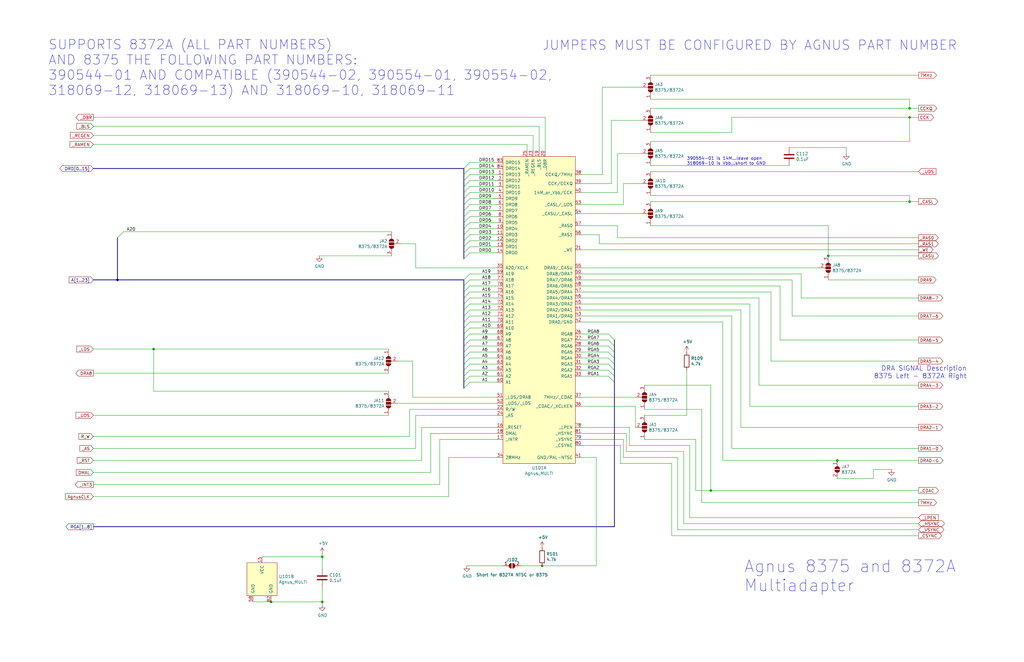
<source format=kicad_sch>
(kicad_sch (version 20230121) (generator eeschema)
  (paper "B")
  (title_block (title "Amiga 2000 EATX") (date "2023-03-10") (rev "3.0"))
  (lib_symbols
    (symbol "2000ATX-rescue:Agnus_MULTI-Amiga-Library" (pin_names (offset 1.016))
      (property "Reference" "U" (at 0 11.43 0))
      (property "Value" "Agnus_MULTI-Amiga-Library" (at 0 0 0))
      (symbol "Agnus_MULTI-Amiga-Library_1_1"
        (rectangle (start -15.24 59.69) (end 15.24 -69.85) (fill (type background)))
        (pin bidirectional line (at -17.78 52.07 0) (length 2.54) (name "DRD13") (number "1"))
        (pin bidirectional line (at -17.78 29.21 0) (length 2.54) (name "DRD4") (number "10"))
        (pin bidirectional line (at -17.78 26.67 0) (length 2.54) (name "DRD3") (number "11"))
        (pin bidirectional line (at -17.78 24.13 0) (length 2.54) (name "DRD2") (number "12"))
        (pin bidirectional line (at -17.78 21.59 0) (length 2.54) (name "DRD1") (number "13"))
        (pin bidirectional line (at -17.78 19.05 0) (length 2.54) (name "DRD0") (number "14"))
        (pin input line (at -17.78 -54.61 0) (length 2.54) (name "_RESET") (number "16"))
        (pin output line (at -17.78 -59.69 0) (length 2.54) (name "_INTR") (number "17"))
        (pin input line (at -17.78 -57.15 0) (length 2.54) (name "DMAL") (number "18"))
        (pin input line (at 0 62.23 270) (length 2.54) (name "_BLS") (number "19"))
        (pin bidirectional line (at -17.78 49.53 0) (length 2.54) (name "DRD12") (number "2"))
        (pin output line (at 2.54 62.23 270) (length 2.54) (name "_DBR") (number "20"))
        (pin output line (at 17.78 20.32 180) (length 2.54) (name "_WE") (number "21"))
        (pin input line (at -17.78 -46.99 0) (length 2.54) (name "R/W") (number "22"))
        (pin input line (at -2.54 62.23 270) (length 2.54) (name "_REGEN") (number "23"))
        (pin input line (at -17.78 -49.53 0) (length 2.54) (name "_AS") (number "24"))
        (pin input line (at -5.08 62.23 270) (length 2.54) (name "_RAMEN") (number "25"))
        (pin output line (at 17.78 -15.24 180) (length 2.54) (name "RGA8") (number "26"))
        (pin output line (at 17.78 -17.78 180) (length 2.54) (name "RGA7") (number "27"))
        (pin output line (at 17.78 -20.32 180) (length 2.54) (name "RGA6") (number "28"))
        (pin output line (at 17.78 -22.86 180) (length 2.54) (name "RGA5") (number "29"))
        (pin bidirectional line (at -17.78 46.99 0) (length 2.54) (name "DRD11") (number "3"))
        (pin output line (at 17.78 -25.4 180) (length 2.54) (name "RGA4") (number "30"))
        (pin output line (at 17.78 -27.94 180) (length 2.54) (name "RGA3") (number "31"))
        (pin output line (at 17.78 -30.48 180) (length 2.54) (name "RGA2") (number "32"))
        (pin output line (at 17.78 -33.02 180) (length 2.54) (name "RGA1") (number "33"))
        (pin output line (at -17.78 -67.31 0) (length 2.54) (name "28MHz") (number "34"))
        (pin bidirectional line (at -17.78 12.7 0) (length 2.54) (name "A20/XCLK") (number "35"))
        (pin output line (at 17.78 -45.72 180) (length 2.54) (name "_CDAC/_XCLEN") (number "36"))
        (pin output line (at 17.78 -41.91 180) (length 2.54) (name "7MHz/_CDAC") (number "37"))
        (pin output line (at 17.78 52.07 180) (length 2.54) (name "CCKQ/7MHz") (number "38"))
        (pin output line (at 17.78 48.26 180) (length 2.54) (name "CCK/CCKQ") (number "39"))
        (pin bidirectional line (at -17.78 44.45 0) (length 2.54) (name "DRD10") (number "4"))
        (pin output line (at 17.78 44.45 180) (length 2.54) (name "14M/CCK") (number "40"))
        (pin input line (at 17.78 -67.31 180) (length 2.54) (name "GND/PAL-NTSC") (number "41"))
        (pin output line (at 17.78 -10.16 180) (length 2.54) (name "DRA0/GND") (number "42"))
        (pin output line (at 17.78 -7.62 180) (length 2.54) (name "DRA1/DRA0") (number "43"))
        (pin output line (at 17.78 -5.08 180) (length 2.54) (name "DRA2/DRA1") (number "44"))
        (pin output line (at 17.78 -2.54 180) (length 2.54) (name "DRA3/DRA2") (number "45"))
        (pin output line (at 17.78 0 180) (length 2.54) (name "DRA4/DRA3") (number "46"))
        (pin output line (at 17.78 2.54 180) (length 2.54) (name "DRA5/DRA4") (number "47"))
        (pin output line (at 17.78 5.08 180) (length 2.54) (name "DRA6/DRA5") (number "48"))
        (pin output line (at 17.78 7.62 180) (length 2.54) (name "DRA7/DRA6") (number "49"))
        (pin bidirectional line (at -17.78 41.91 0) (length 2.54) (name "DRD9") (number "5"))
        (pin output line (at 17.78 10.16 180) (length 2.54) (name "DRA8/DRA7") (number "50"))
        (pin input line (at -17.78 -41.91 0) (length 2.54) (name "_LDS/DRA8") (number "51"))
        (pin input line (at -17.78 -44.45 0) (length 2.54) (name "_UDS/_LDS") (number "52"))
        (pin output line (at 17.78 39.37 180) (length 2.54) (name "_CASL/_UDS") (number "53"))
        (pin output line (at 17.78 35.56 180) (length 2.54) (name "_CASU/_CASL") (number "54"))
        (pin output line (at 17.78 12.7 180) (length 2.54) (name "DRA9/_CASU") (number "55"))
        (pin output line (at 17.78 26.67 180) (length 2.54) (name "_RAS1") (number "56"))
        (pin output line (at 17.78 30.48 180) (length 2.54) (name "_RAS0") (number "57"))
        (pin bidirectional line (at -17.78 10.16 0) (length 2.54) (name "A19") (number "59"))
        (pin bidirectional line (at -17.78 39.37 0) (length 2.54) (name "DRD8") (number "6"))
        (pin bidirectional line (at -17.78 -35.56 0) (length 2.54) (name "A1") (number "60"))
        (pin bidirectional line (at -17.78 -33.02 0) (length 2.54) (name "A2") (number "61"))
        (pin bidirectional line (at -17.78 -30.48 0) (length 2.54) (name "A3") (number "62"))
        (pin bidirectional line (at -17.78 -27.94 0) (length 2.54) (name "A4") (number "63"))
        (pin bidirectional line (at -17.78 -25.4 0) (length 2.54) (name "A5") (number "64"))
        (pin bidirectional line (at -17.78 -22.86 0) (length 2.54) (name "A6") (number "65"))
        (pin bidirectional line (at -17.78 -20.32 0) (length 2.54) (name "A7") (number "66"))
        (pin bidirectional line (at -17.78 -17.78 0) (length 2.54) (name "A8") (number "67"))
        (pin bidirectional line (at -17.78 -15.24 0) (length 2.54) (name "A9") (number "68"))
        (pin bidirectional line (at -17.78 -12.7 0) (length 2.54) (name "A10") (number "69"))
        (pin bidirectional line (at -17.78 36.83 0) (length 2.54) (name "DRD7") (number "7"))
        (pin bidirectional line (at -17.78 -10.16 0) (length 2.54) (name "A11") (number "70"))
        (pin bidirectional line (at -17.78 -7.62 0) (length 2.54) (name "A12") (number "71"))
        (pin bidirectional line (at -17.78 -5.08 0) (length 2.54) (name "A13") (number "72"))
        (pin bidirectional line (at -17.78 -2.54 0) (length 2.54) (name "A14") (number "73"))
        (pin bidirectional line (at -17.78 0 0) (length 2.54) (name "A15") (number "74"))
        (pin bidirectional line (at -17.78 2.54 0) (length 2.54) (name "A16") (number "75"))
        (pin bidirectional line (at -17.78 5.08 0) (length 2.54) (name "A17") (number "76"))
        (pin bidirectional line (at -17.78 7.62 0) (length 2.54) (name "A18") (number "77"))
        (pin input line (at 17.78 -54.61 180) (length 2.54) (name "_LPEN") (number "78"))
        (pin bidirectional line (at 17.78 -59.69 180) (length 2.54) (name "_VSYNC") (number "79"))
        (pin bidirectional line (at -17.78 34.29 0) (length 2.54) (name "DRD6") (number "8"))
        (pin output line (at 17.78 -62.23 180) (length 2.54) (name "_CSYNC") (number "80"))
        (pin bidirectional line (at 17.78 -57.15 180) (length 2.54) (name "_HSYNC") (number "81"))
        (pin bidirectional line (at -17.78 57.15 0) (length 2.54) (name "DRD15") (number "83"))
        (pin bidirectional line (at -17.78 54.61 0) (length 2.54) (name "DRD14") (number "84"))
        (pin bidirectional line (at -17.78 31.75 0) (length 2.54) (name "DRD5") (number "9"))
      )
      (symbol "Agnus_MULTI-Amiga-Library_2_1"
        (rectangle (start -6.35 6.35) (end 6.35 -7.62) (fill (type background)))
        (pin power_in line (at 0 8.89 270) (length 2.54) (name "VCC") (number "15"))
        (pin power_in line (at -3.81 -10.16 90) (length 2.54) (name "GND") (number "58"))
        (pin power_in line (at 3.81 -10.16 90) (length 2.54) (name "GND") (number "82"))
      )
    )
    (symbol "2000ATX-rescue:SolderJumper_3_Open-Jumper" (pin_names (offset 0) hide)
      (property "Reference" "JP" (at -2.54 -2.54 0))
      (property "Value" "Jumper_SolderJumper_3_Open" (at 0 2.794 0))
      (symbol "SolderJumper_3_Open-Jumper_0_1"
        (arc (start -1.016 1.016) (mid -2.0276 0) (end -1.016 -1.016))
        (arc (start -1.016 1.016) (mid -2.0276 0) (end -1.016 -1.016) (fill (type outline)))
        (rectangle (start -0.508 1.016) (end 0.508 -1.016) (fill (type outline)))
        (polyline (pts (xy -2.54 0) (xy -2.032 0)))
        (polyline (pts (xy -1.016 1.016) (xy -1.016 -1.016)))
        (polyline (pts (xy 0 -1.27) (xy 0 -1.016)))
        (polyline (pts (xy 1.016 1.016) (xy 1.016 -1.016)))
        (polyline (pts (xy 2.54 0) (xy 2.032 0)))
        (arc (start 1.016 -1.016) (mid 2.0276 0) (end 1.016 1.016))
        (arc (start 1.016 -1.016) (mid 2.0276 0) (end 1.016 1.016) (fill (type outline)))
      )
      (symbol "SolderJumper_3_Open-Jumper_1_1"
        (pin passive line (at -5.08 0 0) (length 2.54) (name "A") (number "1"))
        (pin input line (at 0 -3.81 90) (length 2.54) (name "C") (number "2"))
        (pin passive line (at 5.08 0 180) (length 2.54) (name "B") (number "3"))
      )
    )
    (symbol "Amiga-Library:Agnus_MULTI" (pin_names (offset 1.016))
      (property "Reference" "U" (at 0 11.43 0))
      (property "Value" "Agnus_MULTI" (at 0 0 0))
      (symbol "Agnus_MULTI_1_1"
        (rectangle (start -15.24 59.69) (end 15.24 -69.85) (fill (type background)))
        (pin bidirectional line (at -17.78 52.07 0) (length 2.54) (name "DRD13") (number "1"))
        (pin bidirectional line (at -17.78 29.21 0) (length 2.54) (name "DRD4") (number "10"))
        (pin bidirectional line (at -17.78 26.67 0) (length 2.54) (name "DRD3") (number "11"))
        (pin bidirectional line (at -17.78 24.13 0) (length 2.54) (name "DRD2") (number "12"))
        (pin bidirectional line (at -17.78 21.59 0) (length 2.54) (name "DRD1") (number "13"))
        (pin bidirectional line (at -17.78 19.05 0) (length 2.54) (name "DRD0") (number "14"))
        (pin input line (at -17.78 -54.61 0) (length 2.54) (name "_RESET") (number "16"))
        (pin output line (at -17.78 -59.69 0) (length 2.54) (name "_INTR") (number "17"))
        (pin input line (at -17.78 -57.15 0) (length 2.54) (name "DMAL") (number "18"))
        (pin input line (at 0 62.23 270) (length 2.54) (name "_BLS") (number "19"))
        (pin bidirectional line (at -17.78 49.53 0) (length 2.54) (name "DRD12") (number "2"))
        (pin output line (at 2.54 62.23 270) (length 2.54) (name "_DBR") (number "20"))
        (pin output line (at 17.78 20.32 180) (length 2.54) (name "_WE") (number "21"))
        (pin input line (at -17.78 -46.99 0) (length 2.54) (name "R/W") (number "22"))
        (pin input line (at -2.54 62.23 270) (length 2.54) (name "_REGEN") (number "23"))
        (pin input line (at -17.78 -49.53 0) (length 2.54) (name "_AS") (number "24"))
        (pin input line (at -5.08 62.23 270) (length 2.54) (name "_RAMEN") (number "25"))
        (pin output line (at 17.78 -15.24 180) (length 2.54) (name "RGA8") (number "26"))
        (pin output line (at 17.78 -17.78 180) (length 2.54) (name "RGA7") (number "27"))
        (pin output line (at 17.78 -20.32 180) (length 2.54) (name "RGA6") (number "28"))
        (pin output line (at 17.78 -22.86 180) (length 2.54) (name "RGA5") (number "29"))
        (pin bidirectional line (at -17.78 46.99 0) (length 2.54) (name "DRD11") (number "3"))
        (pin output line (at 17.78 -25.4 180) (length 2.54) (name "RGA4") (number "30"))
        (pin output line (at 17.78 -27.94 180) (length 2.54) (name "RGA3") (number "31"))
        (pin output line (at 17.78 -30.48 180) (length 2.54) (name "RGA2") (number "32"))
        (pin output line (at 17.78 -33.02 180) (length 2.54) (name "RGA1") (number "33"))
        (pin output line (at -17.78 -67.31 0) (length 2.54) (name "28MHz") (number "34"))
        (pin bidirectional line (at -17.78 12.7 0) (length 2.54) (name "A20/XCLK") (number "35"))
        (pin output line (at 17.78 -45.72 180) (length 2.54) (name "_CDAC/_XCLKEN") (number "36"))
        (pin output line (at 17.78 -41.91 180) (length 2.54) (name "7MHz/_CDAC") (number "37"))
        (pin output line (at 17.78 52.07 180) (length 2.54) (name "CCKQ/7MHz") (number "38"))
        (pin output line (at 17.78 48.26 180) (length 2.54) (name "CCK/CCKQ") (number "39"))
        (pin bidirectional line (at -17.78 44.45 0) (length 2.54) (name "DRD10") (number "4"))
        (pin output line (at 17.78 44.45 180) (length 2.54) (name "14M_or_Vbb/CCK") (number "40"))
        (pin input line (at 17.78 -67.31 180) (length 2.54) (name "GND/PAL-NTSC") (number "41"))
        (pin output line (at 17.78 -10.16 180) (length 2.54) (name "DRA0/GND") (number "42"))
        (pin output line (at 17.78 -7.62 180) (length 2.54) (name "DRA1/DRA0") (number "43"))
        (pin output line (at 17.78 -5.08 180) (length 2.54) (name "DRA2/DRA1") (number "44"))
        (pin output line (at 17.78 -2.54 180) (length 2.54) (name "DRA3/DRA2") (number "45"))
        (pin output line (at 17.78 0 180) (length 2.54) (name "DRA4/DRA3") (number "46"))
        (pin output line (at 17.78 2.54 180) (length 2.54) (name "DRA5/DRA4") (number "47"))
        (pin output line (at 17.78 5.08 180) (length 2.54) (name "DRA6/DRA5") (number "48"))
        (pin output line (at 17.78 7.62 180) (length 2.54) (name "DRA7/DRA6") (number "49"))
        (pin bidirectional line (at -17.78 41.91 0) (length 2.54) (name "DRD9") (number "5"))
        (pin output line (at 17.78 10.16 180) (length 2.54) (name "DRA8/DRA7") (number "50"))
        (pin input line (at -17.78 -41.91 0) (length 2.54) (name "_LDS/DRA8") (number "51"))
        (pin input line (at -17.78 -44.45 0) (length 2.54) (name "_UDS/_LDS") (number "52"))
        (pin output line (at 17.78 39.37 180) (length 2.54) (name "_CASL/_UDS") (number "53"))
        (pin output line (at 17.78 35.56 180) (length 2.54) (name "_CASU/_CASL") (number "54"))
        (pin output line (at 17.78 12.7 180) (length 2.54) (name "DRA9/_CASU") (number "55"))
        (pin output line (at 17.78 26.67 180) (length 2.54) (name "_RAS1") (number "56"))
        (pin output line (at 17.78 30.48 180) (length 2.54) (name "_RAS0") (number "57"))
        (pin bidirectional line (at -17.78 10.16 0) (length 2.54) (name "A19") (number "59"))
        (pin bidirectional line (at -17.78 39.37 0) (length 2.54) (name "DRD8") (number "6"))
        (pin bidirectional line (at -17.78 -35.56 0) (length 2.54) (name "A1") (number "60"))
        (pin bidirectional line (at -17.78 -33.02 0) (length 2.54) (name "A2") (number "61"))
        (pin bidirectional line (at -17.78 -30.48 0) (length 2.54) (name "A3") (number "62"))
        (pin bidirectional line (at -17.78 -27.94 0) (length 2.54) (name "A4") (number "63"))
        (pin bidirectional line (at -17.78 -25.4 0) (length 2.54) (name "A5") (number "64"))
        (pin bidirectional line (at -17.78 -22.86 0) (length 2.54) (name "A6") (number "65"))
        (pin bidirectional line (at -17.78 -20.32 0) (length 2.54) (name "A7") (number "66"))
        (pin bidirectional line (at -17.78 -17.78 0) (length 2.54) (name "A8") (number "67"))
        (pin bidirectional line (at -17.78 -15.24 0) (length 2.54) (name "A9") (number "68"))
        (pin bidirectional line (at -17.78 -12.7 0) (length 2.54) (name "A10") (number "69"))
        (pin bidirectional line (at -17.78 36.83 0) (length 2.54) (name "DRD7") (number "7"))
        (pin bidirectional line (at -17.78 -10.16 0) (length 2.54) (name "A11") (number "70"))
        (pin bidirectional line (at -17.78 -7.62 0) (length 2.54) (name "A12") (number "71"))
        (pin bidirectional line (at -17.78 -5.08 0) (length 2.54) (name "A13") (number "72"))
        (pin bidirectional line (at -17.78 -2.54 0) (length 2.54) (name "A14") (number "73"))
        (pin bidirectional line (at -17.78 0 0) (length 2.54) (name "A15") (number "74"))
        (pin bidirectional line (at -17.78 2.54 0) (length 2.54) (name "A16") (number "75"))
        (pin bidirectional line (at -17.78 5.08 0) (length 2.54) (name "A17") (number "76"))
        (pin bidirectional line (at -17.78 7.62 0) (length 2.54) (name "A18") (number "77"))
        (pin input line (at 17.78 -54.61 180) (length 2.54) (name "_LPEN") (number "78"))
        (pin bidirectional line (at 17.78 -59.69 180) (length 2.54) (name "_VSYNC") (number "79"))
        (pin bidirectional line (at -17.78 34.29 0) (length 2.54) (name "DRD6") (number "8"))
        (pin output line (at 17.78 -62.23 180) (length 2.54) (name "_CSYNC") (number "80"))
        (pin bidirectional line (at 17.78 -57.15 180) (length 2.54) (name "_HSYNC") (number "81"))
        (pin bidirectional line (at -17.78 57.15 0) (length 2.54) (name "DRD15") (number "83"))
        (pin bidirectional line (at -17.78 54.61 0) (length 2.54) (name "DRD14") (number "84"))
        (pin bidirectional line (at -17.78 31.75 0) (length 2.54) (name "DRD5") (number "9"))
      )
      (symbol "Agnus_MULTI_2_1"
        (rectangle (start -6.35 6.35) (end 6.35 -7.62) (fill (type background)))
        (pin power_in line (at 0 8.89 270) (length 2.54) (name "VCC") (number "15"))
        (pin power_in line (at -3.81 -10.16 90) (length 2.54) (name "GND") (number "58"))
        (pin power_in line (at 3.81 -10.16 90) (length 2.54) (name "GND") (number "82"))
      )
    )
    (symbol "Device:C" (pin_numbers hide) (pin_names (offset 0.254))
      (property "Reference" "C" (at 0.635 2.54 0))
      (property "Value" "C" (at 0.635 -2.54 0))
      (symbol "C_0_1"
        (polyline (pts (xy -2.032 -0.762) (xy 2.032 -0.762)) (stroke (width 0.508)))
        (polyline (pts (xy -2.032 0.762) (xy 2.032 0.762)) (stroke (width 0.508)))
      )
      (symbol "C_1_1"
        (pin passive line (at 0 3.81 270) (length 2.794) (name "~") (number "1"))
        (pin passive line (at 0 -3.81 90) (length 2.794) (name "~") (number "2"))
      )
    )
    (symbol "Device:R" (pin_numbers hide) (pin_names (offset 0))
      (property "Reference" "R" (at 2.032 0 90))
      (property "Value" "R" (at 0 0 90))
      (symbol "R_0_1"
        (rectangle (start -1.016 -2.54) (end 1.016 2.54) (stroke (width 0.254)))
      )
      (symbol "R_1_1"
        (pin passive line (at 0 3.81 270) (length 1.27) (name "~") (number "1"))
        (pin passive line (at 0 -3.81 90) (length 1.27) (name "~") (number "2"))
      )
    )
    (symbol "Jumper:SolderJumper_2_Open" (pin_names (offset 0) hide)
      (property "Reference" "JP" (at 0 2.032 0))
      (property "Value" "SolderJumper_2_Open" (at 0 -2.54 0))
      (symbol "SolderJumper_2_Open_0_1"
        (arc (start -0.254 1.016) (mid -1.2656 0) (end -0.254 -1.016))
        (arc (start -0.254 1.016) (mid -1.2656 0) (end -0.254 -1.016) (fill (type outline)))
        (polyline (pts (xy -0.254 1.016) (xy -0.254 -1.016)))
        (polyline (pts (xy 0.254 1.016) (xy 0.254 -1.016)))
        (arc (start 0.254 -1.016) (mid 1.2656 0) (end 0.254 1.016))
        (arc (start 0.254 -1.016) (mid 1.2656 0) (end 0.254 1.016) (fill (type outline)))
      )
      (symbol "SolderJumper_2_Open_1_1"
        (pin passive line (at -3.81 0 0) (length 2.54) (name "A") (number "1"))
        (pin passive line (at 3.81 0 180) (length 2.54) (name "B") (number "2"))
      )
    )
    (symbol "power:+5V" (power) (pin_names (offset 0))
      (property "Value" "+5V" (at 0 3.556 0))
      (symbol "+5V_0_1"
        (polyline (pts (xy -0.762 1.27) (xy 0 2.54)))
        (polyline (pts (xy 0 0) (xy 0 2.54)))
        (polyline (pts (xy 0 2.54) (xy 0.762 1.27)))
      )
      (symbol "+5V_1_1"
        (pin power_in line (at 0 0 90) (length 0) hide (name "+5V") (number "1"))
      )
    )
    (symbol "power:GND" (power) (pin_names (offset 0))
      (property "Value" "GND" (at 0 -3.81 0))
      (symbol "GND_0_1"
        (polyline (pts (xy 0 0) (xy 0 -1.27) (xy 1.27 -1.27) (xy 0 -2.54) (xy -1.27 -1.27) (xy 0 -1.27)))
      )
      (symbol "GND_1_1"
        (pin power_in line (at 0 0 270) (length 0) hide (name "GND") (number "1"))
      )
    )
  )
  (junction (at 353.06 194.31))
  (junction (at 114.3 254))
  (junction (at 383.54 45.72))
  (junction (at 228.6 238.76))
  (junction (at 135.89 234.95))
  (junction (at 299.72 207.01))
  (junction (at 64.77 147.32))
  (junction (at 49.53 118.11))
  (junction (at 383.54 85.09))
  (junction (at 135.89 254))
  (junction (at 383.54 49.53))
  (junction (at 349.25 107.95))
  (bus_entry (at 198.12 78.74) (size -2.54 2.54))
  (bus_entry (at 198.12 158.75) (size -2.54 2.54))
  (bus_entry (at 198.12 96.52) (size -2.54 2.54))
  (bus_entry (at 256.54 148.59) (size 2.54 2.54))
  (bus_entry (at 198.12 140.97) (size -2.54 2.54))
  (bus_entry (at 198.12 118.11) (size -2.54 2.54))
  (bus_entry (at 256.54 151.13) (size 2.54 2.54))
  (bus_entry (at 198.12 71.12) (size -2.54 2.54))
  (bus_entry (at 256.54 140.97) (size 2.54 2.54))
  (bus_entry (at 198.12 128.27) (size -2.54 2.54))
  (bus_entry (at 198.12 81.28) (size -2.54 2.54))
  (bus_entry (at 256.54 146.05) (size 2.54 2.54))
  (bus_entry (at 198.12 138.43) (size -2.54 2.54))
  (bus_entry (at 198.12 156.21) (size -2.54 2.54))
  (bus_entry (at 198.12 99.06) (size -2.54 2.54))
  (bus_entry (at 198.12 73.66) (size -2.54 2.54))
  (bus_entry (at 198.12 68.58) (size -2.54 2.54))
  (bus_entry (at 198.12 93.98) (size -2.54 2.54))
  (bus_entry (at 198.12 83.82) (size -2.54 2.54))
  (bus_entry (at 198.12 123.19) (size -2.54 2.54))
  (bus_entry (at 198.12 120.65) (size -2.54 2.54))
  (bus_entry (at 198.12 143.51) (size -2.54 2.54))
  (bus_entry (at 198.12 125.73) (size -2.54 2.54))
  (bus_entry (at 256.54 153.67) (size 2.54 2.54))
  (bus_entry (at 256.54 143.51) (size 2.54 2.54))
  (bus_entry (at 198.12 151.13) (size -2.54 2.54))
  (bus_entry (at 198.12 115.57) (size -2.54 2.54))
  (bus_entry (at 198.12 101.6) (size -2.54 2.54))
  (bus_entry (at 256.54 158.75) (size 2.54 2.54))
  (bus_entry (at 198.12 88.9) (size -2.54 2.54))
  (bus_entry (at 198.12 135.89) (size -2.54 2.54))
  (bus_entry (at 198.12 133.35) (size -2.54 2.54))
  (bus_entry (at 198.12 130.81) (size -2.54 2.54))
  (bus_entry (at 198.12 161.29) (size -2.54 2.54))
  (bus_entry (at 198.12 106.68) (size -2.54 2.54))
  (bus_entry (at 198.12 86.36) (size -2.54 2.54))
  (bus_entry (at 198.12 104.14) (size -2.54 2.54))
  (bus_entry (at 198.12 153.67) (size -2.54 2.54))
  (bus_entry (at 52.07 97.79) (size -2.54 2.54))
  (bus_entry (at 256.54 156.21) (size 2.54 2.54))
  (bus_entry (at 198.12 146.05) (size -2.54 2.54))
  (bus_entry (at 198.12 148.59) (size -2.54 2.54))
  (bus_entry (at 198.12 91.44) (size -2.54 2.54))
  (bus_entry (at 198.12 76.2) (size -2.54 2.54))
  (wire (pts (xy 245.11 193.04) (xy 251.46 193.04)))
  (wire (pts (xy 168.91 102.87) (xy 175.26 102.87)))
  (bus (pts (xy 259.08 158.75) (xy 259.08 161.29)))
  (wire (pts (xy 387.35 102.87) (xy 252.73 102.87)))
  (wire (pts (xy 308.61 55.88) (xy 308.61 49.53)))
  (wire (pts (xy 165.1 97.79) (xy 52.07 97.79)))
  (bus (pts (xy 195.58 71.12) (xy 39.37 71.12)))
  (wire (pts (xy 288.29 220.98) (xy 387.35 220.98)))
  (wire (pts (xy 163.83 157.48) (xy 39.37 157.48)))
  (wire (pts (xy 165.1 107.95) (xy 134.62 107.95)))
  (wire (pts (xy 209.55 130.81) (xy 198.12 130.81)))
  (wire (pts (xy 209.55 106.68) (xy 198.12 106.68)))
  (wire (pts (xy 312.42 180.34) (xy 387.35 180.34)))
  (wire (pts (xy 209.55 125.73) (xy 198.12 125.73)))
  (wire (pts (xy 245.11 167.64) (xy 267.97 167.64)))
  (wire (pts (xy 245.11 120.65) (xy 328.93 120.65)))
  (bus (pts (xy 195.58 91.44) (xy 195.58 93.98)))
  (wire (pts (xy 262.89 86.36) (xy 262.89 77.47)))
  (wire (pts (xy 289.56 175.26) (xy 289.56 156.21)))
  (bus (pts (xy 259.08 146.05) (xy 259.08 148.59)))
  (wire (pts (xy 332.74 62.23) (xy 356.87 62.23)))
  (wire (pts (xy 245.11 158.75) (xy 256.54 158.75)))
  (wire (pts (xy 163.83 175.26) (xy 39.37 175.26)))
  (bus (pts (xy 259.08 151.13) (xy 259.08 153.67)))
  (wire (pts (xy 288.29 190.5) (xy 288.29 220.98)))
  (wire (pts (xy 209.55 193.04) (xy 189.23 193.04)))
  (wire (pts (xy 387.35 125.73) (xy 337.82 125.73)))
  (wire (pts (xy 245.11 180.34) (xy 265.43 180.34)))
  (wire (pts (xy 257.81 77.47) (xy 257.81 50.8)))
  (bus (pts (xy 259.08 156.21) (xy 259.08 158.75)))
  (wire (pts (xy 245.11 86.36) (xy 262.89 86.36)))
  (wire (pts (xy 185.42 185.42) (xy 185.42 204.47)))
  (bus (pts (xy 195.58 101.6) (xy 195.58 104.14)))
  (wire (pts (xy 209.55 140.97) (xy 198.12 140.97)))
  (wire (pts (xy 387.35 189.23) (xy 308.61 189.23)))
  (wire (pts (xy 260.35 64.77) (xy 270.51 64.77)))
  (wire (pts (xy 181.61 182.88) (xy 181.61 199.39)))
  (wire (pts (xy 257.81 50.8) (xy 270.51 50.8)))
  (wire (pts (xy 356.87 64.77) (xy 356.87 62.23)))
  (wire (pts (xy 262.89 185.42) (xy 262.89 193.04)))
  (wire (pts (xy 245.11 77.47) (xy 257.81 77.47)))
  (wire (pts (xy 110.49 234.95) (xy 135.89 234.95)))
  (wire (pts (xy 261.62 187.96) (xy 261.62 195.58)))
  (wire (pts (xy 349.25 107.95) (xy 387.35 107.95)))
  (wire (pts (xy 334.01 133.35) (xy 334.01 118.11)))
  (wire (pts (xy 135.89 234.95) (xy 135.89 233.68)))
  (wire (pts (xy 209.55 118.11) (xy 198.12 118.11)))
  (wire (pts (xy 209.55 153.67) (xy 198.12 153.67)))
  (wire (pts (xy 135.89 247.65) (xy 135.89 254)))
  (wire (pts (xy 175.26 113.03) (xy 209.55 113.03)))
  (bus (pts (xy 195.58 99.06) (xy 195.58 101.6)))
  (wire (pts (xy 304.8 194.31) (xy 304.8 135.89)))
  (wire (pts (xy 308.61 189.23) (xy 308.61 133.35)))
  (wire (pts (xy 260.35 100.33) (xy 387.35 100.33)))
  (wire (pts (xy 254 36.83) (xy 270.51 36.83)))
  (wire (pts (xy 387.35 152.4) (xy 325.12 152.4)))
  (bus (pts (xy 195.58 78.74) (xy 195.58 81.28)))
  (wire (pts (xy 271.78 185.42) (xy 293.37 185.42)))
  (wire (pts (xy 252.73 99.06) (xy 245.11 99.06)))
  (bus (pts (xy 195.58 133.35) (xy 195.58 135.89)))
  (wire (pts (xy 383.54 45.72) (xy 387.35 45.72)))
  (wire (pts (xy 245.11 115.57) (xy 337.82 115.57)))
  (wire (pts (xy 222.25 63.5) (xy 222.25 60.96)))
  (bus (pts (xy 49.53 118.11) (xy 39.37 118.11)))
  (wire (pts (xy 274.32 31.75) (xy 387.35 31.75)))
  (wire (pts (xy 245.11 90.17) (xy 270.51 90.17)))
  (wire (pts (xy 177.8 180.34) (xy 177.8 194.31)))
  (bus (pts (xy 195.58 71.12) (xy 195.58 73.66)))
  (bus (pts (xy 195.58 125.73) (xy 195.58 128.27)))
  (wire (pts (xy 262.89 193.04) (xy 285.75 193.04)))
  (bus (pts (xy 259.08 148.59) (xy 259.08 151.13)))
  (wire (pts (xy 245.11 148.59) (xy 256.54 148.59)))
  (wire (pts (xy 209.55 76.2) (xy 198.12 76.2)))
  (wire (pts (xy 274.32 55.88) (xy 308.61 55.88)))
  (wire (pts (xy 64.77 147.32) (xy 39.37 147.32)))
  (wire (pts (xy 222.25 60.96) (xy 39.37 60.96)))
  (wire (pts (xy 209.55 115.57) (xy 198.12 115.57)))
  (wire (pts (xy 177.8 194.31) (xy 39.37 194.31)))
  (bus (pts (xy 259.08 161.29) (xy 259.08 222.25)))
  (bus (pts (xy 195.58 146.05) (xy 195.58 148.59)))
  (wire (pts (xy 274.32 45.72) (xy 383.54 45.72)))
  (wire (pts (xy 209.55 104.14) (xy 198.12 104.14)))
  (wire (pts (xy 163.83 165.1) (xy 64.77 165.1)))
  (bus (pts (xy 195.58 135.89) (xy 195.58 138.43)))
  (wire (pts (xy 368.3 198.12) (xy 375.92 198.12)))
  (bus (pts (xy 195.58 118.11) (xy 49.53 118.11)))
  (wire (pts (xy 316.23 171.45) (xy 316.23 128.27)))
  (wire (pts (xy 228.6 238.76) (xy 219.71 238.76)))
  (bus (pts (xy 195.58 104.14) (xy 195.58 106.68)))
  (bus (pts (xy 259.08 153.67) (xy 259.08 156.21)))
  (wire (pts (xy 267.97 180.34) (xy 267.97 171.45)))
  (wire (pts (xy 271.78 175.26) (xy 289.56 175.26)))
  (wire (pts (xy 283.21 195.58) (xy 283.21 226.06)))
  (bus (pts (xy 49.53 100.33) (xy 49.53 118.11)))
  (wire (pts (xy 320.04 162.56) (xy 387.35 162.56)))
  (wire (pts (xy 209.55 93.98) (xy 198.12 93.98)))
  (bus (pts (xy 259.08 143.51) (xy 259.08 146.05)))
  (bus (pts (xy 195.58 93.98) (xy 195.58 96.52)))
  (bus (pts (xy 195.58 76.2) (xy 195.58 78.74)))
  (wire (pts (xy 227.33 63.5) (xy 227.33 53.34)))
  (wire (pts (xy 173.99 167.64) (xy 173.99 152.4)))
  (bus (pts (xy 195.58 86.36) (xy 195.58 88.9)))
  (bus (pts (xy 195.58 130.81) (xy 195.58 133.35)))
  (wire (pts (xy 245.11 81.28) (xy 260.35 81.28)))
  (wire (pts (xy 227.33 53.34) (xy 39.37 53.34)))
  (wire (pts (xy 387.35 133.35) (xy 334.01 133.35)))
  (bus (pts (xy 195.58 73.66) (xy 195.58 76.2)))
  (wire (pts (xy 245.11 125.73) (xy 320.04 125.73)))
  (wire (pts (xy 264.16 190.5) (xy 288.29 190.5)))
  (wire (pts (xy 245.11 113.03) (xy 345.44 113.03)))
  (wire (pts (xy 261.62 195.58) (xy 283.21 195.58)))
  (wire (pts (xy 325.12 152.4) (xy 325.12 123.19)))
  (wire (pts (xy 267.97 171.45) (xy 245.11 171.45)))
  (wire (pts (xy 209.55 185.42) (xy 185.42 185.42)))
  (wire (pts (xy 328.93 143.51) (xy 387.35 143.51)))
  (wire (pts (xy 245.11 95.25) (xy 260.35 95.25)))
  (wire (pts (xy 251.46 193.04) (xy 251.46 238.76)))
  (wire (pts (xy 209.55 138.43) (xy 198.12 138.43)))
  (bus (pts (xy 195.58 161.29) (xy 195.58 163.83)))
  (wire (pts (xy 245.11 118.11) (xy 334.01 118.11)))
  (wire (pts (xy 209.55 158.75) (xy 198.12 158.75)))
  (wire (pts (xy 308.61 49.53) (xy 383.54 49.53)))
  (wire (pts (xy 209.55 133.35) (xy 198.12 133.35)))
  (wire (pts (xy 114.3 254) (xy 135.89 254)))
  (bus (pts (xy 195.58 143.51) (xy 195.58 146.05)))
  (wire (pts (xy 274.32 85.09) (xy 383.54 85.09)))
  (wire (pts (xy 285.75 193.04) (xy 285.75 223.52)))
  (wire (pts (xy 264.16 182.88) (xy 264.16 190.5)))
  (wire (pts (xy 328.93 120.65) (xy 328.93 143.51)))
  (wire (pts (xy 172.72 184.15) (xy 39.37 184.15)))
  (wire (pts (xy 368.3 201.93) (xy 368.3 198.12)))
  (wire (pts (xy 383.54 41.91) (xy 383.54 45.72)))
  (wire (pts (xy 209.55 81.28) (xy 198.12 81.28)))
  (wire (pts (xy 163.83 147.32) (xy 64.77 147.32)))
  (wire (pts (xy 209.55 68.58) (xy 198.12 68.58)))
  (wire (pts (xy 189.23 193.04) (xy 189.23 209.55)))
  (wire (pts (xy 271.78 172.72) (xy 295.91 172.72)))
  (bus (pts (xy 195.58 153.67) (xy 195.58 156.21)))
  (wire (pts (xy 64.77 147.32) (xy 64.77 165.1)))
  (wire (pts (xy 229.87 63.5) (xy 229.87 49.53)))
  (wire (pts (xy 299.72 162.56) (xy 299.72 207.01)))
  (wire (pts (xy 290.83 218.44) (xy 387.35 218.44)))
  (wire (pts (xy 209.55 167.64) (xy 173.99 167.64)))
  (wire (pts (xy 387.35 171.45) (xy 316.23 171.45)))
  (wire (pts (xy 189.23 209.55) (xy 39.37 209.55)))
  (wire (pts (xy 295.91 212.09) (xy 387.35 212.09)))
  (wire (pts (xy 383.54 82.55) (xy 383.54 85.09)))
  (bus (pts (xy 195.58 96.52) (xy 195.58 99.06)))
  (wire (pts (xy 312.42 130.81) (xy 312.42 180.34)))
  (wire (pts (xy 283.21 226.06) (xy 387.35 226.06)))
  (wire (pts (xy 274.32 95.25) (xy 349.25 95.25)))
  (wire (pts (xy 290.83 187.96) (xy 290.83 218.44)))
  (wire (pts (xy 245.11 133.35) (xy 308.61 133.35)))
  (wire (pts (xy 383.54 85.09) (xy 387.35 85.09)))
  (wire (pts (xy 209.55 172.72) (xy 172.72 172.72)))
  (wire (pts (xy 209.55 91.44) (xy 198.12 91.44)))
  (bus (pts (xy 195.58 128.27) (xy 195.58 130.81)))
  (wire (pts (xy 135.89 254) (xy 135.89 255.27)))
  (wire (pts (xy 260.35 81.28) (xy 260.35 64.77)))
  (wire (pts (xy 229.87 49.53) (xy 39.37 49.53)))
  (wire (pts (xy 285.75 223.52) (xy 387.35 223.52)))
  (wire (pts (xy 209.55 170.18) (xy 167.64 170.18)))
  (bus (pts (xy 259.08 222.25) (xy 39.37 222.25)))
  (wire (pts (xy 274.32 59.69) (xy 383.54 59.69)))
  (wire (pts (xy 209.55 182.88) (xy 181.61 182.88)))
  (bus (pts (xy 195.58 151.13) (xy 195.58 153.67)))
  (wire (pts (xy 209.55 151.13) (xy 198.12 151.13)))
  (wire (pts (xy 265.43 180.34) (xy 265.43 187.96)))
  (wire (pts (xy 245.11 187.96) (xy 261.62 187.96)))
  (wire (pts (xy 209.55 99.06) (xy 198.12 99.06)))
  (wire (pts (xy 209.55 148.59) (xy 198.12 148.59)))
  (wire (pts (xy 106.68 254) (xy 114.3 254)))
  (bus (pts (xy 195.58 158.75) (xy 195.58 161.29)))
  (wire (pts (xy 383.54 59.69) (xy 383.54 49.53)))
  (bus (pts (xy 195.58 106.68) (xy 195.58 109.22)))
  (wire (pts (xy 181.61 199.39) (xy 39.37 199.39)))
  (wire (pts (xy 175.26 102.87) (xy 175.26 113.03)))
  (wire (pts (xy 383.54 49.53) (xy 387.35 49.53)))
  (wire (pts (xy 271.78 162.56) (xy 299.72 162.56)))
  (wire (pts (xy 349.25 118.11) (xy 387.35 118.11)))
  (wire (pts (xy 245.11 182.88) (xy 264.16 182.88)))
  (wire (pts (xy 209.55 123.19) (xy 198.12 123.19)))
  (wire (pts (xy 209.55 120.65) (xy 198.12 120.65)))
  (wire (pts (xy 209.55 86.36) (xy 198.12 86.36)))
  (wire (pts (xy 295.91 172.72) (xy 295.91 212.09)))
  (wire (pts (xy 245.11 130.81) (xy 312.42 130.81)))
  (wire (pts (xy 212.09 238.76) (xy 196.85 238.76)))
  (wire (pts (xy 245.11 135.89) (xy 304.8 135.89)))
  (wire (pts (xy 209.55 71.12) (xy 198.12 71.12)))
  (wire (pts (xy 173.99 152.4) (xy 167.64 152.4)))
  (wire (pts (xy 175.26 189.23) (xy 39.37 189.23)))
  (bus (pts (xy 195.58 118.11) (xy 195.58 120.65)))
  (wire (pts (xy 245.11 156.21) (xy 256.54 156.21)))
  (wire (pts (xy 260.35 95.25) (xy 260.35 100.33)))
  (wire (pts (xy 337.82 125.73) (xy 337.82 115.57)))
  (wire (pts (xy 209.55 143.51) (xy 198.12 143.51)))
  (wire (pts (xy 135.89 240.03) (xy 135.89 234.95)))
  (wire (pts (xy 172.72 172.72) (xy 172.72 184.15)))
  (wire (pts (xy 320.04 162.56) (xy 320.04 125.73)))
  (wire (pts (xy 251.46 238.76) (xy 228.6 238.76)))
  (wire (pts (xy 209.55 180.34) (xy 177.8 180.34)))
  (wire (pts (xy 224.79 57.15) (xy 39.37 57.15)))
  (bus (pts (xy 195.58 88.9) (xy 195.58 91.44)))
  (wire (pts (xy 209.55 146.05) (xy 198.12 146.05)))
  (wire (pts (xy 262.89 77.47) (xy 270.51 77.47)))
  (wire (pts (xy 224.79 63.5) (xy 224.79 57.15)))
  (wire (pts (xy 353.06 194.31) (xy 387.35 194.31)))
  (wire (pts (xy 254 73.66) (xy 254 36.83)))
  (wire (pts (xy 209.55 88.9) (xy 198.12 88.9)))
  (wire (pts (xy 209.55 96.52) (xy 198.12 96.52)))
  (wire (pts (xy 185.42 204.47) (xy 39.37 204.47)))
  (wire (pts (xy 274.32 72.39) (xy 387.35 72.39)))
  (wire (pts (xy 245.11 140.97) (xy 256.54 140.97)))
  (bus (pts (xy 195.58 148.59) (xy 195.58 151.13)))
  (bus (pts (xy 195.58 123.19) (xy 195.58 125.73)))
  (wire (pts (xy 349.25 95.25) (xy 349.25 107.95)))
  (wire (pts (xy 209.55 135.89) (xy 198.12 135.89)))
  (wire (pts (xy 274.32 82.55) (xy 383.54 82.55)))
  (bus (pts (xy 195.58 140.97) (xy 195.58 143.51)))
  (wire (pts (xy 299.72 207.01) (xy 387.35 207.01)))
  (wire (pts (xy 209.55 83.82) (xy 198.12 83.82)))
  (wire (pts (xy 209.55 78.74) (xy 198.12 78.74)))
  (wire (pts (xy 293.37 185.42) (xy 293.37 207.01)))
  (bus (pts (xy 195.58 83.82) (xy 195.58 86.36)))
  (wire (pts (xy 274.32 41.91) (xy 383.54 41.91)))
  (bus (pts (xy 195.58 81.28) (xy 195.58 83.82)))
  (wire (pts (xy 209.55 73.66) (xy 198.12 73.66)))
  (wire (pts (xy 209.55 175.26) (xy 175.26 175.26)))
  (wire (pts (xy 299.72 207.01) (xy 293.37 207.01)))
  (wire (pts (xy 209.55 128.27) (xy 198.12 128.27)))
  (wire (pts (xy 245.11 123.19) (xy 325.12 123.19)))
  (wire (pts (xy 245.11 185.42) (xy 262.89 185.42)))
  (wire (pts (xy 245.11 151.13) (xy 256.54 151.13)))
  (wire (pts (xy 209.55 161.29) (xy 198.12 161.29)))
  (wire (pts (xy 245.11 73.66) (xy 254 73.66)))
  (bus (pts (xy 195.58 156.21) (xy 195.58 158.75)))
  (wire (pts (xy 245.11 146.05) (xy 256.54 146.05)))
  (wire (pts (xy 353.06 194.31) (xy 304.8 194.31)))
  (wire (pts (xy 245.11 105.41) (xy 387.35 105.41)))
  (wire (pts (xy 209.55 156.21) (xy 198.12 156.21)))
  (wire (pts (xy 332.74 69.85) (xy 274.32 69.85)))
  (wire (pts (xy 265.43 187.96) (xy 290.83 187.96)))
  (wire (pts (xy 209.55 101.6) (xy 198.12 101.6)))
  (wire (pts (xy 245.11 128.27) (xy 316.23 128.27)))
  (bus (pts (xy 195.58 120.65) (xy 195.58 123.19)))
  (wire (pts (xy 252.73 102.87) (xy 252.73 99.06)))
  (wire (pts (xy 245.11 153.67) (xy 256.54 153.67)))
  (wire (pts (xy 245.11 143.51) (xy 256.54 143.51)))
  (wire (pts (xy 175.26 175.26) (xy 175.26 189.23)))
  (wire (pts (xy 353.06 201.93) (xy 368.3 201.93)))
  (bus (pts (xy 195.58 138.43) (xy 195.58 140.97)))
  (text "390554-01 is 14M...leave open\n318069-10 is Vbb...short to GND" (at 289.56 69.85 0) (effects (font (size 1.2954 1.2954)) (justify left bottom)))
  (text "DRA SIGNAL Description\n8375 Left - 8372A Right" (at 407.67 160.02 0) (effects (font (size 2.0066 2.0066)) (justify right bottom)))
  (text "SUPPORTS 8372A (ALL PART NUMBERS)\nAND 8375 THE FOLLOWING PART NUMBERS:\n390544-01 AND COMPATIBLE (390544-02, 390554-01, 390554-02, \n318069-12, 318069-13) AND 318069-10, 318069-11" (at 20.32 40.64 0) (effects (font (size 3.9878 3.9878)) (justify left bottom)))
  (text "Agnus 8375 and 8372A\nMultiadapter" (at 313.69 250.19 0) (effects (font (size 5.0038 5.0038)) (justify left bottom)))
  (text "JUMPERS MUST BE CONFIGURED BY AGNUS PART NUMBER" (at 228.6 21.59 0) (effects (font (size 3.9878 3.9878)) (justify left bottom)))
  (label "DRD1" (at 201.93 104.14 0) (effects (font (size 1.2954 1.2954))))
  (label "DRD0" (at 201.93 106.68 0) (effects (font (size 1.2954 1.2954))))
  (label "DRD2" (at 201.93 101.6 0) (effects (font (size 1.2954 1.2954))))
  (label "A2" (at 203.2 158.75 0) (effects (font (size 1.2954 1.2954))))
  (label "RGA3" (at 247.65 153.67 0) (effects (font (size 1.2954 1.2954))))
  (label "RGA1" (at 247.65 158.75 0) (effects (font (size 1.2954 1.2954))))
  (label "DRD14" (at 201.93 71.12 0) (effects (font (size 1.2954 1.2954))))
  (label "A18" (at 203.2 118.11 0) (effects (font (size 1.2954 1.2954))))
  (label "A10" (at 203.2 138.43 0) (effects (font (size 1.2954 1.2954))))
  (label "DRD13" (at 201.93 73.66 0) (effects (font (size 1.2954 1.2954))))
  (label "DRD15" (at 201.93 68.58 0) (effects (font (size 1.2954 1.2954))))
  (label "A9" (at 203.2 140.97 0) (effects (font (size 1.2954 1.2954))))
  (label "A13" (at 203.2 130.81 0) (effects (font (size 1.2954 1.2954))))
  (label "A11" (at 203.2 135.89 0) (effects (font (size 1.2954 1.2954))))
  (label "A3" (at 203.2 156.21 0) (effects (font (size 1.2954 1.2954))))
  (label "A12" (at 203.2 133.35 0) (effects (font (size 1.2954 1.2954))))
  (label "A1" (at 203.2 161.29 0) (effects (font (size 1.2954 1.2954))))
  (label "DRD5" (at 201.93 93.98 0) (effects (font (size 1.2954 1.2954))))
  (label "DRD10" (at 201.93 81.28 0) (effects (font (size 1.2954 1.2954))))
  (label "DRD8" (at 201.93 86.36 0) (effects (font (size 1.2954 1.2954))))
  (label "DRD11" (at 201.93 78.74 0) (effects (font (size 1.2954 1.2954))))
  (label "A19" (at 203.2 115.57 0) (effects (font (size 1.2954 1.2954))))
  (label "A4" (at 203.2 153.67 0) (effects (font (size 1.2954 1.2954))))
  (label "DRD3" (at 201.93 99.06 0) (effects (font (size 1.2954 1.2954))))
  (label "A16" (at 203.2 123.19 0) (effects (font (size 1.2954 1.2954))))
  (label "A5" (at 203.2 151.13 0) (effects (font (size 1.2954 1.2954))))
  (label "DRD6" (at 201.93 91.44 0) (effects (font (size 1.2954 1.2954))))
  (label "DRD7" (at 201.93 88.9 0) (effects (font (size 1.2954 1.2954))))
  (label "A17" (at 203.2 120.65 0) (effects (font (size 1.2954 1.2954))))
  (label "RGA6" (at 247.65 146.05 0) (effects (font (size 1.2954 1.2954))))
  (label "A20" (at 57.15 97.79 180) (effects (font (size 1.2954 1.2954))))
  (label "DRD12" (at 201.93 76.2 0) (effects (font (size 1.2954 1.2954))))
  (label "RGA2" (at 247.65 156.21 0) (effects (font (size 1.2954 1.2954))))
  (label "DRD9" (at 201.93 83.82 0) (effects (font (size 1.2954 1.2954))))
  (label "RGA5" (at 247.65 148.59 0) (effects (font (size 1.2954 1.2954))))
  (label "A6" (at 203.2 148.59 0) (effects (font (size 1.2954 1.2954))))
  (label "A15" (at 203.2 125.73 0) (effects (font (size 1.2954 1.2954))))
  (label "RGA7" (at 247.65 143.51 0) (effects (font (size 1.2954 1.2954))))
  (label "A7" (at 203.2 146.05 0) (effects (font (size 1.2954 1.2954))))
  (label "A14" (at 203.2 128.27 0) (effects (font (size 1.2954 1.2954))))
  (label "RGA4" (at 247.65 151.13 0) (effects (font (size 1.2954 1.2954))))
  (label "RGA8" (at 247.65 140.97 0) (effects (font (size 1.2954 1.2954))))
  (label "A8" (at 203.2 143.51 0) (effects (font (size 1.2954 1.2954))))
  (label "DRD4" (at 201.93 96.52 0) (effects (font (size 1.2954 1.2954))))
  (global_label "_HSYNC" (shape bidirectional) (at 387.35 220.98 0) (effects (font (size 1.2954 1.2954))) (property "Intersheetrefs" "${INTERSHEET_REFS}" (effects hide)))
  (global_label "_RST" (shape input) (at 39.37 194.31 180) (property "Intersheetrefs" "${INTERSHEET_REFS}" (effects hide)))
  (global_label "_AS" (shape input) (at 39.37 189.23 180) (property "Intersheetrefs" "${INTERSHEET_REFS}" (effects hide)))
  (global_label "DRA4-3" (shape output) (at 387.35 162.56 0) (effects (font (size 1.2954 1.2954))) (property "Intersheetrefs" "${INTERSHEET_REFS}" (effects hide)))
  (global_label "_CASL" (shape output) (at 387.35 85.09 0) (effects (font (size 1.2954 1.2954))) (property "Intersheetrefs" "${INTERSHEET_REFS}" (effects hide)))
  (global_label "DRA6-5" (shape output) (at 387.35 143.51 0) (effects (font (size 1.2954 1.2954))) (property "Intersheetrefs" "${INTERSHEET_REFS}" (effects hide)))
  (global_label "DRA1-0" (shape output) (at 387.35 189.23 0) (effects (font (size 1.2954 1.2954))) (property "Intersheetrefs" "${INTERSHEET_REFS}" (effects hide)))
  (global_label "7MHz" (shape output) (at 387.35 31.75 0) (effects (font (size 1.2954 1.2954))) (property "Intersheetrefs" "${INTERSHEET_REFS}" (effects hide)))
  (global_label "7MHz" (shape output) (at 387.35 212.09 0) (effects (font (size 1.2954 1.2954))) (property "Intersheetrefs" "${INTERSHEET_REFS}" (effects hide)))
  (global_label "_UDS" (shape input) (at 39.37 175.26 180) (effects (font (size 1.2954 1.2954))) (property "Intersheetrefs" "${INTERSHEET_REFS}" (effects hide)))
  (global_label "_CDAC" (shape output) (at 387.35 207.01 0) (effects (font (size 1.2954 1.2954))) (property "Intersheetrefs" "${INTERSHEET_REFS}" (effects hide)))
  (global_label "_RAS1" (shape output) (at 387.35 102.87 0) (effects (font (size 1.2954 1.2954))) (property "Intersheetrefs" "${INTERSHEET_REFS}" (effects hide)))
  (global_label "_UDS" (shape input) (at 387.35 72.39 0) (effects (font (size 1.2954 1.2954))) (property "Intersheetrefs" "${INTERSHEET_REFS}" (effects hide)))
  (global_label "_BLS" (shape input) (at 39.37 53.34 180) (effects (font (size 1.2954 1.2954))) (property "Intersheetrefs" "${INTERSHEET_REFS}" (effects hide)))
  (global_label "DRA9" (shape output) (at 387.35 118.11 0) (effects (font (size 1.2954 1.2954))) (property "Intersheetrefs" "${INTERSHEET_REFS}" (effects hide)))
  (global_label "DRA8" (shape output) (at 39.37 157.48 180) (effects (font (size 1.2954 1.2954))) (property "Intersheetrefs" "${INTERSHEET_REFS}" (effects hide)))
  (global_label "_CASU" (shape output) (at 387.35 107.95 0) (effects (font (size 1.2954 1.2954))) (property "Intersheetrefs" "${INTERSHEET_REFS}" (effects hide)))
  (global_label "_LPEN" (shape input) (at 387.35 218.44 0) (effects (font (size 1.2954 1.2954))) (property "Intersheetrefs" "${INTERSHEET_REFS}" (effects hide)))
  (global_label "A[1..23]" (shape input) (at 39.37 118.11 180) (effects (font (size 1.2954 1.2954))) (property "Intersheetrefs" "${INTERSHEET_REFS}" (effects hide)))
  (global_label "DRA0-G" (shape output) (at 387.35 194.31 0) (effects (font (size 1.2954 1.2954))) (property "Intersheetrefs" "${INTERSHEET_REFS}" (effects hide)))
  (global_label "_DBR" (shape output) (at 39.37 49.53 180) (effects (font (size 1.2954 1.2954))) (property "Intersheetrefs" "${INTERSHEET_REFS}" (effects hide)))
  (global_label "DRA2-1" (shape output) (at 387.35 180.34 0) (effects (font (size 1.2954 1.2954))) (property "Intersheetrefs" "${INTERSHEET_REFS}" (effects hide)))
  (global_label "DRA8-7" (shape output) (at 387.35 125.73 0) (effects (font (size 1.2954 1.2954))) (property "Intersheetrefs" "${INTERSHEET_REFS}" (effects hide)))
  (global_label "_RAMEN" (shape input) (at 39.37 60.96 180) (effects (font (size 1.2954 1.2954))) (property "Intersheetrefs" "${INTERSHEET_REFS}" (effects hide)))
  (global_label "_INT3" (shape output) (at 39.37 204.47 180) (effects (font (size 1.2954 1.2954))) (property "Intersheetrefs" "${INTERSHEET_REFS}" (effects hide)))
  (global_label "DRD[0..15]" (shape bidirectional) (at 39.37 71.12 180) (effects (font (size 1.2954 1.2954))) (property "Intersheetrefs" "${INTERSHEET_REFS}" (effects hide)))
  (global_label "R_W" (shape input) (at 39.37 184.15 180) (property "Intersheetrefs" "${INTERSHEET_REFS}" (effects hide)))
  (global_label "DRA3-2" (shape output) (at 387.35 171.45 0) (effects (font (size 1.2954 1.2954))) (property "Intersheetrefs" "${INTERSHEET_REFS}" (effects hide)))
  (global_label "_LDS" (shape input) (at 39.37 147.32 180) (effects (font (size 1.2954 1.2954))) (property "Intersheetrefs" "${INTERSHEET_REFS}" (effects hide)))
  (global_label "CCKQ" (shape output) (at 387.35 45.72 0) (effects (font (size 1.2954 1.2954))) (property "Intersheetrefs" "${INTERSHEET_REFS}" (effects hide)))
  (global_label "_CSYNC" (shape output) (at 387.35 226.06 0) (effects (font (size 1.2954 1.2954))) (property "Intersheetrefs" "${INTERSHEET_REFS}" (effects hide)))
  (global_label "_WE" (shape output) (at 387.35 105.41 0) (effects (font (size 1.2954 1.2954))) (property "Intersheetrefs" "${INTERSHEET_REFS}" (effects hide)))
  (global_label "DMAL" (shape input) (at 39.37 199.39 180) (property "Intersheetrefs" "${INTERSHEET_REFS}" (effects hide)))
  (global_label "RGA[1..8]" (shape output) (at 39.37 222.25 180) (effects (font (size 1.2954 1.2954))) (property "Intersheetrefs" "${INTERSHEET_REFS}" (effects hide)))
  (global_label "CCK" (shape output) (at 387.35 49.53 0) (effects (font (size 1.2954 1.2954))) (property "Intersheetrefs" "${INTERSHEET_REFS}" (effects hide)))
  (global_label "DRA5-4" (shape output) (at 387.35 152.4 0) (effects (font (size 1.2954 1.2954))) (property "Intersheetrefs" "${INTERSHEET_REFS}" (effects hide)))
  (global_label "_REGEN" (shape input) (at 39.37 57.15 180) (effects (font (size 1.2954 1.2954))) (property "Intersheetrefs" "${INTERSHEET_REFS}" (effects hide)))
  (global_label "DRA7-6" (shape output) (at 387.35 133.35 0) (effects (font (size 1.2954 1.2954))) (property "Intersheetrefs" "${INTERSHEET_REFS}" (effects hide)))
  (global_label "_VSYNC" (shape bidirectional) (at 387.35 223.52 0) (effects (font (size 1.2954 1.2954))) (property "Intersheetrefs" "${INTERSHEET_REFS}" (effects hide)))
  (global_label "_RAS0" (shape output) (at 387.35 100.33 0) (effects (font (size 1.2954 1.2954))) (property "Intersheetrefs" "${INTERSHEET_REFS}" (effects hide)))
  (global_label "AgnusCLK" (shape input) (at 39.37 209.55 180) (effects (font (size 1.2954 1.2954))) (property "Intersheetrefs" "${INTERSHEET_REFS}" (effects hide)))
  (symbol (lib_id "2000ATX-rescue:SolderJumper_3_Open-Jumper") (at 349.25 113.03 270) (mirror x) (unit 1)
    (property "Reference" "JA8" (at 350.9772 111.8616 90) (effects (justify left)))
    (property "Value" "8375/8372A" (at 350.9772 114.173 90) (effects (justify left)))
    (property "Footprint" "Jumper:SolderJumper-3_P1.3mm_Open_RoundedPad1.0x1.5mm" (effects hide))
  )
  (symbol (lib_id "2000ATX-rescue:SolderJumper_3_Open-Jumper") (at 274.32 90.17 270) (mirror x) (unit 1)
    (property "Reference" "JA9" (at 276.0472 89.0016 90) (effects (justify left)))
    (property "Value" "8375/8372A" (at 276.0472 91.313 90) (effects (justify left)))
    (property "Footprint" "Jumper:SolderJumper-3_P1.3mm_Open_RoundedPad1.0x1.5mm" (effects hide))
  )
  (symbol (lib_id "2000ATX-rescue:SolderJumper_3_Open-Jumper") (at 274.32 77.47 270) (mirror x) (unit 1)
    (property "Reference" "JA10" (at 276.0472 76.3016 90) (effects (justify left)))
    (property "Value" "8375/8372A" (at 276.0472 78.613 90) (effects (justify left)))
    (property "Footprint" "Jumper:SolderJumper-3_P1.3mm_Open_RoundedPad1.0x1.5mm" (effects hide))
  )
  (symbol (lib_id "2000ATX-rescue:SolderJumper_3_Open-Jumper") (at 163.83 170.18 90) (unit 1)
    (property "Reference" "JA11" (at 162.1028 169.0116 90) (effects (justify left)))
    (property "Value" "8375/8372A" (at 162.1028 171.323 90) (effects (justify left)))
    (property "Footprint" "Jumper:SolderJumper-3_P1.3mm_Open_RoundedPad1.0x1.5mm" (effects hide))
  )
  (symbol (lib_id "2000ATX-rescue:SolderJumper_3_Open-Jumper") (at 163.83 152.4 90) (mirror x) (unit 1)
    (property "Reference" "JA12" (at 162.1028 151.2316 90) (effects (justify left)))
    (property "Value" "8375/8372A" (at 162.1028 153.543 90) (effects (justify left)))
    (property "Footprint" "Jumper:SolderJumper-3_P1.3mm_Open_RoundedPad1.0x1.5mm" (effects hide))
  )
  (symbol (lib_id "Device:R") (at 289.56 152.4 0) (unit 1)
    (property "Reference" "R109" (at 291.338 151.2316 0) (effects (justify left)))
    (property "Value" "4.7k" (at 291.338 153.543 0) (effects (justify left)))
    (property "Footprint" "Resistor_SMD:R_1206_3216Metric" (effects hide))
  )
  (symbol (lib_id "power:+5V") (at 289.56 148.59 0) (unit 1)
    (property "Reference" "#PWR0392" (effects hide))
    (property "Value" "+5V" (at 289.941 144.1958 0))
  )
  (symbol (lib_id "2000ATX-rescue:SolderJumper_3_Open-Jumper") (at 274.32 64.77 270) (mirror x) (unit 1)
    (property "Reference" "JA5" (at 276.0472 63.6016 90) (effects (justify left)))
    (property "Value" "8375/8372A" (at 276.0472 65.913 90) (effects (justify left)))
    (property "Footprint" "Jumper:SolderJumper-3_P1.3mm_Open_RoundedPad1.0x1.5mm" (effects hide))
  )
  (symbol (lib_id "Device:C") (at 332.74 66.04 0) (unit 1)
    (property "Reference" "C112" (at 335.661 64.8716 0) (effects (justify left)))
    (property "Value" "0.1uF" (at 335.661 67.183 0) (effects (justify left)))
    (property "Footprint" "Capacitor_SMD:C_1206_3216Metric" (effects hide))
  )
  (symbol (lib_id "power:GND") (at 356.87 64.77 0) (unit 1)
    (property "Reference" "#PWR0358" (effects hide))
    (property "Value" "GND" (at 356.997 69.1642 0))
  )
  (symbol (lib_id "power:GND") (at 375.92 198.12 0) (unit 1)
    (property "Reference" "#PWR0356" (effects hide))
    (property "Value" "GND" (at 376.047 202.5142 0))
  )
  (symbol (lib_id "2000ATX-rescue:SolderJumper_3_Open-Jumper") (at 271.78 167.64 270) (mirror x) (unit 1)
    (property "Reference" "JA4" (at 273.5072 166.4716 90) (effects (justify left)))
    (property "Value" "8375/8372A" (at 273.5072 168.783 90) (effects (justify left)))
    (property "Footprint" "Jumper:SolderJumper-3_P1.3mm_Open_RoundedPad1.0x1.5mm" (effects hide))
  )
  (symbol (lib_id "2000ATX-rescue:SolderJumper_3_Open-Jumper") (at 271.78 180.34 270) (mirror x) (unit 1)
    (property "Reference" "JA1" (at 273.5072 179.1716 90) (effects (justify left)))
    (property "Value" "8375/8372A" (at 273.5072 181.483 90) (effects (justify left)))
    (property "Footprint" "Jumper:SolderJumper-3_P1.3mm_Open_RoundedPad1.0x1.5mm" (effects hide))
  )
  (symbol (lib_id "power:GND") (at 134.62 107.95 0) (unit 1)
    (property "Reference" "#PWR0211" (effects hide))
    (property "Value" "GND" (at 134.747 112.3442 0))
  )
  (symbol (lib_id "Amiga-Library:Agnus_MULTI") (at 227.33 125.73 0) (unit 1)
    (property "Reference" "U101" (at 227.33 197.4342 0))
    (property "Value" "Agnus_MULTI" (at 227.33 199.7456 0))
    (property "Footprint" "Package_LCC:PLCC-84_THT-Socket" (effects hide))
  )
  (symbol (lib_id "2000ATX-rescue:SolderJumper_3_Open-Jumper") (at 165.1 102.87 90) (mirror x) (unit 1)
    (property "Reference" "JA2" (at 163.3728 101.7016 90) (effects (justify left)))
    (property "Value" "8375/8372A" (at 163.3728 104.013 90) (effects (justify left)))
    (property "Footprint" "Jumper:SolderJumper-3_P1.3mm_Open_RoundedPad1.0x1.5mm" (effects hide))
  )
  (symbol (lib_id "Jumper:SolderJumper_2_Open") (at 215.9 238.76 0) (unit 1)
    (property "Reference" "J102" (at 215.9 236.22 0))
    (property "Value" "Short for 8327A NTSC or 8375" (at 215.9 242.57 0))
    (property "Footprint" "Jumper:SolderJumper-2_P1.3mm_Open_RoundedPad1.0x1.5mm" (effects hide))
  )
  (symbol (lib_id "2000ATX-rescue:SolderJumper_3_Open-Jumper") (at 274.32 50.8 270) (mirror x) (unit 1)
    (property "Reference" "JA6" (at 276.0472 49.6316 90) (effects (justify left)))
    (property "Value" "8375/8372A" (at 276.0472 51.943 90) (effects (justify left)))
    (property "Footprint" "Jumper:SolderJumper-3_P1.3mm_Open_RoundedPad1.0x1.5mm" (effects hide))
  )
  (symbol (lib_id "2000ATX-rescue:SolderJumper_3_Open-Jumper") (at 274.32 36.83 270) (mirror x) (unit 1)
    (property "Reference" "JA3" (at 276.0472 35.6616 90) (effects (justify left)))
    (property "Value" "8375/8372A" (at 276.0472 37.973 90) (effects (justify left)))
    (property "Footprint" "Jumper:SolderJumper-3_P1.3mm_Open_RoundedPad1.0x1.5mm" (effects hide))
  )
  (symbol (lib_id "Jumper:SolderJumper_2_Open") (at 353.06 198.12 270) (unit 1)
    (property "Reference" "JA7" (at 354.7872 196.9516 90) (effects (justify left)))
    (property "Value" "8372A" (at 354.7872 199.263 90) (effects (justify left)))
    (property "Footprint" "Jumper:SolderJumper-2_P1.3mm_Open_RoundedPad1.0x1.5mm" (effects hide))
  )
  (symbol (lib_id "Device:R") (at 228.6 234.95 0) (unit 1)
    (property "Reference" "R101" (at 230.378 233.7816 0) (effects (justify left)))
    (property "Value" "4.7k" (at 230.378 236.093 0) (effects (justify left)))
    (property "Footprint" "Resistor_SMD:R_1206_3216Metric" (effects hide))
  )
  (symbol (lib_id "power:+5V") (at 228.6 231.14 0) (unit 1)
    (property "Reference" "#PWR0359" (effects hide))
    (property "Value" "+5V" (at 228.981 226.7458 0))
  )
  (symbol (lib_id "power:GND") (at 196.85 238.76 0) (unit 1)
    (property "Reference" "#PWR0360" (effects hide))
    (property "Value" "GND" (at 196.977 243.1542 0))
  )
  (symbol (lib_id "power:GND") (at 135.89 255.27 0) (unit 1)
    (property "Reference" "#PWR0362" (effects hide))
    (property "Value" "GND" (at 136.017 259.6642 0))
  )
  (symbol (lib_id "power:+5V") (at 135.89 233.68 0) (unit 1)
    (property "Reference" "#PWR0377" (effects hide))
    (property "Value" "+5V" (at 136.271 229.2858 0))
  )
  (symbol (lib_id "Device:C") (at 135.89 243.84 0) (unit 1)
    (property "Reference" "C101" (at 138.811 242.6716 0) (effects (justify left)))
    (property "Value" "0.1uF" (at 138.811 244.983 0) (effects (justify left)))
    (property "Footprint" "Capacitor_SMD:C_1206_3216Metric" (effects hide))
  )
  (symbol (lib_id "2000ATX-rescue:Agnus_MULTI-Amiga-Library") (at 110.49 243.84 0) (unit 2)
    (property "Reference" "U101" (at 117.5512 243.3066 0) (effects (justify left)))
    (property "Value" "Agnus_MULTI" (at 117.5512 245.618 0) (effects (justify left)))
    (property "Footprint" "Package_LCC:PLCC-84_THT-Socket" (effects hide))
  )
)
</source>
